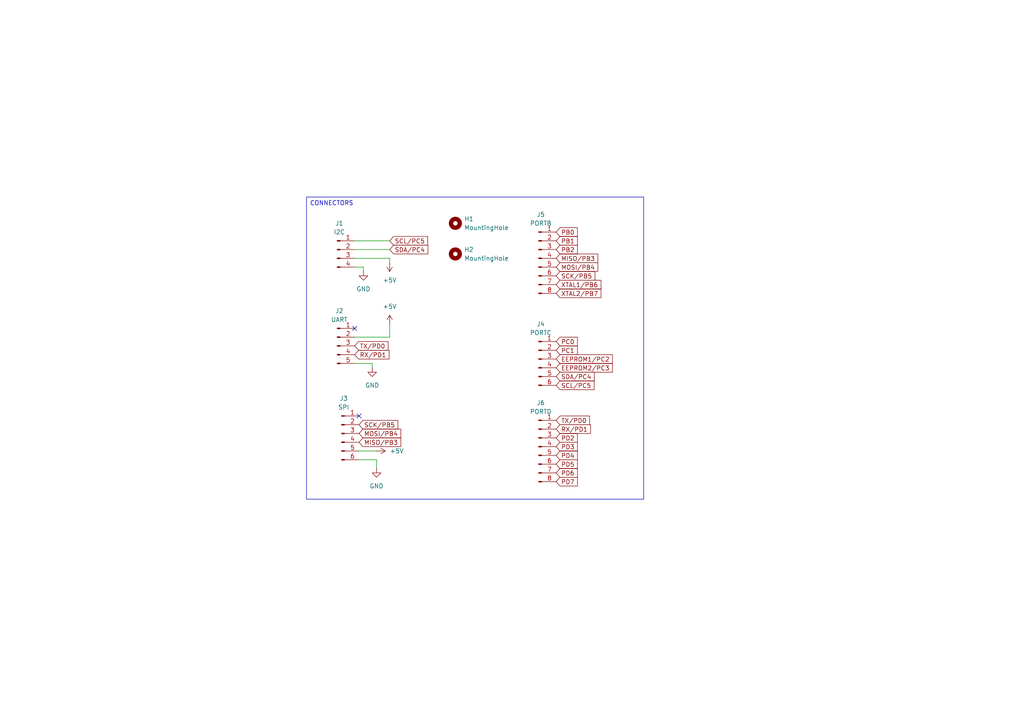
<source format=kicad_sch>
(kicad_sch (version 20231120) (generator "eeschema") (generator_version "8.0")
  (paper "A4")
  (lib_symbols
    (symbol "Connector:Conn_01x04_Pin" (pin_names (offset 1.016) hide)
      (property "Reference" "J" (at 0 5.08 0))
      (property "Value" "Conn_01x04_Pin" (at 0 -7.62 0))
      (symbol "Conn_01x04_Pin_1_1"
        (polyline (pts (xy 1.27 -5.08) (xy 0.8636 -5.08)) (stroke (width 0.1524)))
        (polyline (pts (xy 1.27 -2.54) (xy 0.8636 -2.54)) (stroke (width 0.1524)))
        (polyline (pts (xy 1.27 0) (xy 0.8636 0)) (stroke (width 0.1524)))
        (polyline (pts (xy 1.27 2.54) (xy 0.8636 2.54)) (stroke (width 0.1524)))
        (rectangle (start 0.8636 -4.953) (end 0 -5.207) (stroke (width 0.1524)) (fill (type outline)))
        (rectangle (start 0.8636 -2.413) (end 0 -2.667) (stroke (width 0.1524)) (fill (type outline)))
        (rectangle (start 0.8636 0.127) (end 0 -0.127) (stroke (width 0.1524)) (fill (type outline)))
        (rectangle (start 0.8636 2.667) (end 0 2.413) (stroke (width 0.1524)) (fill (type outline)))
        (pin passive line (at 5.08 2.54 180) (length 3.81) (name "Pin_1") (number "1"))
        (pin passive line (at 5.08 0 180) (length 3.81) (name "Pin_2") (number "2"))
        (pin passive line (at 5.08 -2.54 180) (length 3.81) (name "Pin_3") (number "3"))
        (pin passive line (at 5.08 -5.08 180) (length 3.81) (name "Pin_4") (number "4"))
      )
    )
    (symbol "Connector:Conn_01x05_Pin" (pin_names (offset 1.016) hide)
      (property "Reference" "J" (at 0 7.62 0))
      (property "Value" "Conn_01x05_Pin" (at 0 -7.62 0))
      (symbol "Conn_01x05_Pin_1_1"
        (polyline (pts (xy 1.27 -5.08) (xy 0.8636 -5.08)) (stroke (width 0.1524)))
        (polyline (pts (xy 1.27 -2.54) (xy 0.8636 -2.54)) (stroke (width 0.1524)))
        (polyline (pts (xy 1.27 0) (xy 0.8636 0)) (stroke (width 0.1524)))
        (polyline (pts (xy 1.27 2.54) (xy 0.8636 2.54)) (stroke (width 0.1524)))
        (polyline (pts (xy 1.27 5.08) (xy 0.8636 5.08)) (stroke (width 0.1524)))
        (rectangle (start 0.8636 -4.953) (end 0 -5.207) (stroke (width 0.1524)) (fill (type outline)))
        (rectangle (start 0.8636 -2.413) (end 0 -2.667) (stroke (width 0.1524)) (fill (type outline)))
        (rectangle (start 0.8636 0.127) (end 0 -0.127) (stroke (width 0.1524)) (fill (type outline)))
        (rectangle (start 0.8636 2.667) (end 0 2.413) (stroke (width 0.1524)) (fill (type outline)))
        (rectangle (start 0.8636 5.207) (end 0 4.953) (stroke (width 0.1524)) (fill (type outline)))
        (pin passive line (at 5.08 5.08 180) (length 3.81) (name "Pin_1") (number "1"))
        (pin passive line (at 5.08 2.54 180) (length 3.81) (name "Pin_2") (number "2"))
        (pin passive line (at 5.08 0 180) (length 3.81) (name "Pin_3") (number "3"))
        (pin passive line (at 5.08 -2.54 180) (length 3.81) (name "Pin_4") (number "4"))
        (pin passive line (at 5.08 -5.08 180) (length 3.81) (name "Pin_5") (number "5"))
      )
    )
    (symbol "Connector:Conn_01x06_Pin" (pin_names (offset 1.016) hide)
      (property "Reference" "J" (at 0 7.62 0))
      (property "Value" "Conn_01x06_Pin" (at 0 -10.16 0))
      (symbol "Conn_01x06_Pin_1_1"
        (polyline (pts (xy 1.27 -7.62) (xy 0.8636 -7.62)) (stroke (width 0.1524)))
        (polyline (pts (xy 1.27 -5.08) (xy 0.8636 -5.08)) (stroke (width 0.1524)))
        (polyline (pts (xy 1.27 -2.54) (xy 0.8636 -2.54)) (stroke (width 0.1524)))
        (polyline (pts (xy 1.27 0) (xy 0.8636 0)) (stroke (width 0.1524)))
        (polyline (pts (xy 1.27 2.54) (xy 0.8636 2.54)) (stroke (width 0.1524)))
        (polyline (pts (xy 1.27 5.08) (xy 0.8636 5.08)) (stroke (width 0.1524)))
        (rectangle (start 0.8636 -7.493) (end 0 -7.747) (stroke (width 0.1524)) (fill (type outline)))
        (rectangle (start 0.8636 -4.953) (end 0 -5.207) (stroke (width 0.1524)) (fill (type outline)))
        (rectangle (start 0.8636 -2.413) (end 0 -2.667) (stroke (width 0.1524)) (fill (type outline)))
        (rectangle (start 0.8636 0.127) (end 0 -0.127) (stroke (width 0.1524)) (fill (type outline)))
        (rectangle (start 0.8636 2.667) (end 0 2.413) (stroke (width 0.1524)) (fill (type outline)))
        (rectangle (start 0.8636 5.207) (end 0 4.953) (stroke (width 0.1524)) (fill (type outline)))
        (pin passive line (at 5.08 5.08 180) (length 3.81) (name "Pin_1") (number "1"))
        (pin passive line (at 5.08 2.54 180) (length 3.81) (name "Pin_2") (number "2"))
        (pin passive line (at 5.08 0 180) (length 3.81) (name "Pin_3") (number "3"))
        (pin passive line (at 5.08 -2.54 180) (length 3.81) (name "Pin_4") (number "4"))
        (pin passive line (at 5.08 -5.08 180) (length 3.81) (name "Pin_5") (number "5"))
        (pin passive line (at 5.08 -7.62 180) (length 3.81) (name "Pin_6") (number "6"))
      )
    )
    (symbol "Connector:Conn_01x08_Pin" (pin_names (offset 1.016) hide)
      (property "Reference" "J" (at 0 10.16 0))
      (property "Value" "Conn_01x08_Pin" (at 0 -12.7 0))
      (symbol "Conn_01x08_Pin_1_1"
        (polyline (pts (xy 1.27 -10.16) (xy 0.8636 -10.16)) (stroke (width 0.1524)))
        (polyline (pts (xy 1.27 -7.62) (xy 0.8636 -7.62)) (stroke (width 0.1524)))
        (polyline (pts (xy 1.27 -5.08) (xy 0.8636 -5.08)) (stroke (width 0.1524)))
        (polyline (pts (xy 1.27 -2.54) (xy 0.8636 -2.54)) (stroke (width 0.1524)))
        (polyline (pts (xy 1.27 0) (xy 0.8636 0)) (stroke (width 0.1524)))
        (polyline (pts (xy 1.27 2.54) (xy 0.8636 2.54)) (stroke (width 0.1524)))
        (polyline (pts (xy 1.27 5.08) (xy 0.8636 5.08)) (stroke (width 0.1524)))
        (polyline (pts (xy 1.27 7.62) (xy 0.8636 7.62)) (stroke (width 0.1524)))
        (rectangle (start 0.8636 -10.033) (end 0 -10.287) (stroke (width 0.1524)) (fill (type outline)))
        (rectangle (start 0.8636 -7.493) (end 0 -7.747) (stroke (width 0.1524)) (fill (type outline)))
        (rectangle (start 0.8636 -4.953) (end 0 -5.207) (stroke (width 0.1524)) (fill (type outline)))
        (rectangle (start 0.8636 -2.413) (end 0 -2.667) (stroke (width 0.1524)) (fill (type outline)))
        (rectangle (start 0.8636 0.127) (end 0 -0.127) (stroke (width 0.1524)) (fill (type outline)))
        (rectangle (start 0.8636 2.667) (end 0 2.413) (stroke (width 0.1524)) (fill (type outline)))
        (rectangle (start 0.8636 5.207) (end 0 4.953) (stroke (width 0.1524)) (fill (type outline)))
        (rectangle (start 0.8636 7.747) (end 0 7.493) (stroke (width 0.1524)) (fill (type outline)))
        (pin passive line (at 5.08 7.62 180) (length 3.81) (name "Pin_1") (number "1"))
        (pin passive line (at 5.08 5.08 180) (length 3.81) (name "Pin_2") (number "2"))
        (pin passive line (at 5.08 2.54 180) (length 3.81) (name "Pin_3") (number "3"))
        (pin passive line (at 5.08 0 180) (length 3.81) (name "Pin_4") (number "4"))
        (pin passive line (at 5.08 -2.54 180) (length 3.81) (name "Pin_5") (number "5"))
        (pin passive line (at 5.08 -5.08 180) (length 3.81) (name "Pin_6") (number "6"))
        (pin passive line (at 5.08 -7.62 180) (length 3.81) (name "Pin_7") (number "7"))
        (pin passive line (at 5.08 -10.16 180) (length 3.81) (name "Pin_8") (number "8"))
      )
    )
    (symbol "Mechanical:MountingHole" (pin_names (offset 1.016)) (exclude_from_sim yes) (in_bom no)
      (property "Reference" "H" (at 0 5.08 0))
      (property "Value" "MountingHole" (at 0 3.175 0))
      (symbol "MountingHole_0_1"
        (circle (center 0 0) (radius 1.27) (stroke (width 1.27)))
      )
    )
    (symbol "power:+5V" (power) (pin_numbers hide) (pin_names (offset 0) hide)
      (property "Value" "+5V" (at 0 3.556 0))
      (symbol "+5V_0_1"
        (polyline (pts (xy -0.762 1.27) (xy 0 2.54)))
        (polyline (pts (xy 0 0) (xy 0 2.54)))
        (polyline (pts (xy 0 2.54) (xy 0.762 1.27)))
      )
      (symbol "+5V_1_1"
        (pin power_in line (at 0 0 90) (length 0) (name "~") (number "1"))
      )
    )
    (symbol "power:GND" (power) (pin_numbers hide) (pin_names (offset 0) hide)
      (property "Value" "GND" (at 0 -3.81 0))
      (symbol "GND_0_1"
        (polyline (pts (xy 0 0) (xy 0 -1.27) (xy 1.27 -1.27) (xy 0 -2.54) (xy -1.27 -1.27) (xy 0 -1.27)))
      )
      (symbol "GND_1_1"
        (pin power_in line (at 0 0 270) (length 0) (name "~") (number "1"))
      )
    )
  )
  (no_connect (at 104.14 120.65))
  (no_connect (at 102.87 95.25))
  (wire (pts (xy 102.87 105.41) (xy 107.95 105.41)))
  (wire (pts (xy 104.14 133.35) (xy 109.22 133.35)))
  (wire (pts (xy 102.87 97.79) (xy 113.03 97.79)))
  (wire (pts (xy 113.03 74.93) (xy 113.03 76.2)))
  (wire (pts (xy 102.87 74.93) (xy 113.03 74.93)))
  (wire (pts (xy 105.41 77.47) (xy 105.41 78.74)))
  (wire (pts (xy 104.14 130.81) (xy 109.22 130.81)))
  (wire (pts (xy 102.87 72.39) (xy 113.03 72.39)))
  (wire (pts (xy 102.87 77.47) (xy 105.41 77.47)))
  (wire (pts (xy 113.03 97.79) (xy 113.03 93.98)))
  (wire (pts (xy 107.95 105.41) (xy 107.95 106.68)))
  (wire (pts (xy 102.87 69.85) (xy 113.03 69.85)))
  (wire (pts (xy 109.22 133.35) (xy 109.22 135.89)))
  (text_box "CONNECTORS\n" (at 88.9 57.15 0) (size 97.79 87.63) (effects (font (size 1.27 1.27)) (justify left top)))
  (global_label "RX{slash}PD1" (shape input) (at 161.29 124.46 0) (property "Intersheetrefs" "${INTERSHEET_REFS}" (effects (hide yes))))
  (global_label "PD2" (shape input) (at 161.29 127 0) (property "Intersheetrefs" "${INTERSHEET_REFS}" (effects (hide yes))))
  (global_label "PC0" (shape input) (at 161.29 99.06 0) (property "Intersheetrefs" "${INTERSHEET_REFS}" (effects (hide yes))))
  (global_label "SCK{slash}PB5" (shape input) (at 104.14 123.19 0) (property "Intersheetrefs" "${INTERSHEET_REFS}" (effects (hide yes))))
  (global_label "MOSI{slash}PB4" (shape input) (at 104.14 125.73 0) (property "Intersheetrefs" "${INTERSHEET_REFS}" (effects (hide yes))))
  (global_label "PB2" (shape input) (at 161.29 72.39 0) (property "Intersheetrefs" "${INTERSHEET_REFS}" (effects (hide yes))))
  (global_label "SCL{slash}PC5" (shape input) (at 113.03 69.85 0) (property "Intersheetrefs" "${INTERSHEET_REFS}" (effects (hide yes))))
  (global_label "RX{slash}PD1" (shape input) (at 102.87 102.87 0) (property "Intersheetrefs" "${INTERSHEET_REFS}" (effects (hide yes))))
  (global_label "PD5" (shape input) (at 161.29 134.62 0) (property "Intersheetrefs" "${INTERSHEET_REFS}" (effects (hide yes))))
  (global_label "SCL{slash}PC5" (shape input) (at 161.29 111.76 0) (property "Intersheetrefs" "${INTERSHEET_REFS}" (effects (hide yes))))
  (global_label "SDA{slash}PC4" (shape input) (at 113.03 72.39 0) (property "Intersheetrefs" "${INTERSHEET_REFS}" (effects (hide yes))))
  (global_label "EEPROM2{slash}PC3" (shape input) (at 161.29 106.68 0) (property "Intersheetrefs" "${INTERSHEET_REFS}" (effects (hide yes))))
  (global_label "XTAL2{slash}PB7" (shape input) (at 161.29 85.09 0) (property "Intersheetrefs" "${INTERSHEET_REFS}" (effects (hide yes))))
  (global_label "TX{slash}PD0" (shape input) (at 161.29 121.92 0) (property "Intersheetrefs" "${INTERSHEET_REFS}" (effects (hide yes))))
  (global_label "PD6" (shape input) (at 161.29 137.16 0) (property "Intersheetrefs" "${INTERSHEET_REFS}" (effects (hide yes))))
  (global_label "PD7" (shape input) (at 161.29 139.7 0) (property "Intersheetrefs" "${INTERSHEET_REFS}" (effects (hide yes))))
  (global_label "PC1" (shape input) (at 161.29 101.6 0) (property "Intersheetrefs" "${INTERSHEET_REFS}" (effects (hide yes))))
  (global_label "MISO{slash}PB3" (shape input) (at 104.14 128.27 0) (property "Intersheetrefs" "${INTERSHEET_REFS}" (effects (hide yes))))
  (global_label "PB1" (shape input) (at 161.29 69.85 0) (property "Intersheetrefs" "${INTERSHEET_REFS}" (effects (hide yes))))
  (global_label "MISO{slash}PB3" (shape input) (at 161.29 74.93 0) (property "Intersheetrefs" "${INTERSHEET_REFS}" (effects (hide yes))))
  (global_label "MOSI{slash}PB4" (shape input) (at 161.29 77.47 0) (property "Intersheetrefs" "${INTERSHEET_REFS}" (effects (hide yes))))
  (global_label "EEPROM1{slash}PC2" (shape input) (at 161.29 104.14 0) (property "Intersheetrefs" "${INTERSHEET_REFS}" (effects (hide yes))))
  (global_label "SDA{slash}PC4" (shape input) (at 161.29 109.22 0) (property "Intersheetrefs" "${INTERSHEET_REFS}" (effects (hide yes))))
  (global_label "PD4" (shape input) (at 161.29 132.08 0) (property "Intersheetrefs" "${INTERSHEET_REFS}" (effects (hide yes))))
  (global_label "PD3" (shape input) (at 161.29 129.54 0) (property "Intersheetrefs" "${INTERSHEET_REFS}" (effects (hide yes))))
  (global_label "PB0" (shape input) (at 161.29 67.31 0) (property "Intersheetrefs" "${INTERSHEET_REFS}" (effects (hide yes))))
  (global_label "TX{slash}PD0" (shape input) (at 102.87 100.33 0) (property "Intersheetrefs" "${INTERSHEET_REFS}" (effects (hide yes))))
  (global_label "XTAL1{slash}PB6" (shape input) (at 161.29 82.55 0) (property "Intersheetrefs" "${INTERSHEET_REFS}" (effects (hide yes))))
  (global_label "SCK{slash}PB5" (shape input) (at 161.29 80.01 0) (property "Intersheetrefs" "${INTERSHEET_REFS}" (effects (hide yes))))
  (symbol (lib_id "Connector:Conn_01x06_Pin") (at 156.21 104.14 0) (unit 1)
    (property "Reference" "J4" (at 156.845 93.98 0))
    (property "Value" "PORTC" (at 156.845 96.52 0))
    (property "Footprint" "Connector_PinHeader_2.54mm:PinHeader_1x06_P2.54mm_Vertical" (effects (hide yes)))
    (property "Description" "Generic connector, single row, 01x06, script generated" (effects (hide yes)))
  )
  (symbol (lib_id "power:+5V") (at 113.03 93.98 0) (unit 1)
    (property "Reference" "#PWR019" (effects (hide yes)))
    (property "Value" "+5V" (at 113.03 88.9 0))
    (property "Description" "Power symbol creates a global label with name \"+5V\"" (effects (hide yes)))
  )
  (symbol (lib_id "Connector:Conn_01x08_Pin") (at 156.21 74.93 0) (unit 1)
    (property "Reference" "J5" (at 156.845 62.23 0))
    (property "Value" "PORTB" (at 156.845 64.77 0))
    (property "Footprint" "Connector_PinHeader_2.54mm:PinHeader_1x08_P2.54mm_Vertical" (effects (hide yes)))
    (property "Description" "Generic connector, single row, 01x08, script generated" (effects (hide yes)))
  )
  (symbol (lib_id "power:GND") (at 109.22 135.89 0) (unit 1)
    (property "Reference" "#PWR020" (effects (hide yes)))
    (property "Value" "GND" (at 109.22 140.97 0))
    (property "Description" "Power symbol creates a global label with name \"GND\" , ground" (effects (hide yes)))
  )
  (symbol (lib_id "Connector:Conn_01x05_Pin") (at 97.79 100.33 0) (unit 1)
    (property "Reference" "J2" (at 98.425 90.17 0))
    (property "Value" "UART" (at 98.425 92.71 0))
    (property "Footprint" "Connector_PinHeader_2.54mm:PinHeader_1x05_P2.54mm_Vertical" (effects (hide yes)))
    (property "Description" "Generic connector, single row, 01x05, script generated" (effects (hide yes)))
  )
  (symbol (lib_id "Connector:Conn_01x06_Pin") (at 99.06 125.73 0) (unit 1)
    (property "Reference" "J3" (at 99.695 115.57 0))
    (property "Value" "SPI" (at 99.695 118.11 0))
    (property "Footprint" "Connector_PinHeader_2.54mm:PinHeader_1x06_P2.54mm_Vertical" (effects (hide yes)))
    (property "Description" "Generic connector, single row, 01x06, script generated" (effects (hide yes)))
  )
  (symbol (lib_id "Mechanical:MountingHole") (at 132.08 64.77 0) (unit 1) (exclude_from_sim yes) (in_bom no)
    (property "Reference" "H1" (at 134.62 63.4999 0) (effects (justify left)))
    (property "Value" "MountingHole" (at 134.62 66.0399 0) (effects (justify left)))
    (property "Footprint" "MountingHole:MountingHole_2.2mm_M2_ISO14580_Pad" (effects (hide yes)))
    (property "Description" "Mounting Hole without connection" (effects (hide yes)))
  )
  (symbol (lib_id "power:GND") (at 105.41 78.74 0) (unit 1)
    (property "Reference" "#PWR016" (effects (hide yes)))
    (property "Value" "GND" (at 105.41 83.82 0))
    (property "Description" "Power symbol creates a global label with name \"GND\" , ground" (effects (hide yes)))
  )
  (symbol (lib_id "Connector:Conn_01x04_Pin") (at 97.79 72.39 0) (unit 1)
    (property "Reference" "J1" (at 98.425 64.77 0))
    (property "Value" "I2C" (at 98.425 67.31 0))
    (property "Footprint" "Connector_PinHeader_2.54mm:PinHeader_1x04_P2.54mm_Vertical" (effects (hide yes)))
    (property "Description" "Generic connector, single row, 01x04, script generated" (effects (hide yes)))
  )
  (symbol (lib_id "Mechanical:MountingHole") (at 132.08 73.66 0) (unit 1) (exclude_from_sim yes) (in_bom no)
    (property "Reference" "H2" (at 134.62 72.3899 0) (effects (justify left)))
    (property "Value" "MountingHole" (at 134.62 74.9299 0) (effects (justify left)))
    (property "Footprint" "MountingHole:MountingHole_2.2mm_M2_ISO14580_Pad" (effects (hide yes)))
    (property "Description" "Mounting Hole without connection" (effects (hide yes)))
  )
  (symbol (lib_id "power:+5V") (at 113.03 76.2 180) (unit 1)
    (property "Reference" "#PWR017" (effects (hide yes)))
    (property "Value" "+5V" (at 113.03 81.28 0))
    (property "Description" "Power symbol creates a global label with name \"+5V\"" (effects (hide yes)))
  )
  (symbol (lib_id "Connector:Conn_01x08_Pin") (at 156.21 129.54 0) (unit 1)
    (property "Reference" "J6" (at 156.845 116.84 0))
    (property "Value" "PORTD" (at 156.845 119.38 0))
    (property "Footprint" "Connector_PinHeader_2.54mm:PinHeader_1x08_P2.54mm_Vertical" (effects (hide yes)))
    (property "Description" "Generic connector, single row, 01x08, script generated" (effects (hide yes)))
  )
  (symbol (lib_id "power:+5V") (at 109.22 130.81 270) (unit 1)
    (property "Reference" "#PWR021" (effects (hide yes)))
    (property "Value" "+5V" (at 113.03 130.8099 90) (effects (justify left)))
    (property "Description" "Power symbol creates a global label with name \"+5V\"" (effects (hide yes)))
  )
  (symbol (lib_id "power:GND") (at 107.95 106.68 0) (unit 1)
    (property "Reference" "#PWR018" (effects (hide yes)))
    (property "Value" "GND" (at 107.95 111.76 0))
    (property "Description" "Power symbol creates a global label with name \"GND\" , ground" (effects (hide yes)))
  )
)
</source>
